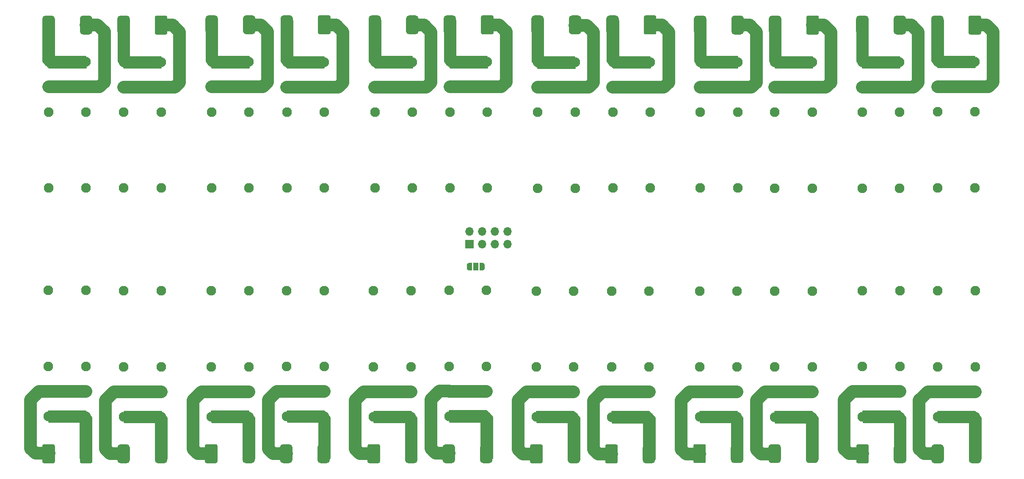
<source format=gbr>
%TF.GenerationSoftware,KiCad,Pcbnew,(5.1.12)-1*%
%TF.CreationDate,2021-12-07T00:39:26+01:00*%
%TF.ProjectId,boneIO - relay board,626f6e65-494f-4202-9d20-72656c617920,rev?*%
%TF.SameCoordinates,Original*%
%TF.FileFunction,Soldermask,Bot*%
%TF.FilePolarity,Negative*%
%FSLAX46Y46*%
G04 Gerber Fmt 4.6, Leading zero omitted, Abs format (unit mm)*
G04 Created by KiCad (PCBNEW (5.1.12)-1) date 2021-12-07 00:39:26*
%MOMM*%
%LPD*%
G01*
G04 APERTURE LIST*
%ADD10C,2.500000*%
%ADD11C,1.950000*%
%ADD12C,0.100000*%
%ADD13R,1.000000X1.500000*%
%ADD14R,1.700000X1.700000*%
%ADD15O,1.700000X1.700000*%
%ADD16C,0.254000*%
G04 APERTURE END LIST*
D10*
X468124400Y-346890200D02*
X469826200Y-345188400D01*
X468124400Y-346890200D02*
X468124400Y-356643800D01*
X469826200Y-345188400D02*
X471807400Y-345188400D01*
X468124400Y-356669200D02*
X469089600Y-357609000D01*
X471807400Y-357609000D02*
X469089600Y-357609000D01*
X453113000Y-346852100D02*
X454814800Y-345150300D01*
X453113000Y-346852100D02*
X453113000Y-356605700D01*
X454814800Y-345150300D02*
X456796000Y-345150300D01*
X453113000Y-356631100D02*
X454078200Y-357570900D01*
X456796000Y-357570900D02*
X454078200Y-357570900D01*
X435536200Y-346941000D02*
X437238000Y-345239200D01*
X435536200Y-346941000D02*
X435536200Y-356694600D01*
X437238000Y-345239200D02*
X439219200Y-345239200D01*
X435536200Y-356720000D02*
X436501400Y-357659800D01*
X439219200Y-357659800D02*
X436501400Y-357659800D01*
X420512100Y-346915600D02*
X422213900Y-345213800D01*
X420512100Y-346915600D02*
X420512100Y-356669200D01*
X422213900Y-345213800D02*
X424195100Y-345213800D01*
X420512100Y-356694600D02*
X421477300Y-357634400D01*
X424195100Y-357634400D02*
X421477300Y-357634400D01*
X402948000Y-346953700D02*
X404649800Y-345251900D01*
X402948000Y-346953700D02*
X402948000Y-356707300D01*
X404649800Y-345251900D02*
X406631000Y-345251900D01*
X402948000Y-356732700D02*
X403913200Y-357672500D01*
X406631000Y-357672500D02*
X403913200Y-357672500D01*
X387873100Y-346941000D02*
X389574900Y-345239200D01*
X387873100Y-346941000D02*
X387873100Y-356694600D01*
X389574900Y-345239200D02*
X391556100Y-345239200D01*
X387873100Y-356720000D02*
X388838300Y-357659800D01*
X391556100Y-357659800D02*
X388838300Y-357659800D01*
X370423300Y-346775900D02*
X372125100Y-345074100D01*
X370423300Y-346775900D02*
X370423300Y-356529500D01*
X372125100Y-345074100D02*
X374106300Y-345074100D01*
X370423300Y-356554900D02*
X371388500Y-357494700D01*
X374106300Y-357494700D02*
X371388500Y-357494700D01*
X355284900Y-346890200D02*
X356986700Y-345188400D01*
X355284900Y-346890200D02*
X355284900Y-356643800D01*
X356986700Y-345188400D02*
X358967900Y-345188400D01*
X355284900Y-356669200D02*
X356250100Y-357609000D01*
X358967900Y-357609000D02*
X356250100Y-357609000D01*
X337949400Y-346839400D02*
X339651200Y-345137600D01*
X337949400Y-346839400D02*
X337949400Y-356593000D01*
X339651200Y-345137600D02*
X341632400Y-345137600D01*
X337949400Y-356618400D02*
X338914600Y-357558200D01*
X341632400Y-357558200D02*
X338914600Y-357558200D01*
X322849100Y-346877500D02*
X324550900Y-345175700D01*
X322849100Y-346877500D02*
X322849100Y-356631100D01*
X324550900Y-345175700D02*
X326532100Y-345175700D01*
X322849100Y-356656500D02*
X323814300Y-357596300D01*
X326532100Y-357596300D02*
X323814300Y-357596300D01*
X305335800Y-346890200D02*
X307037600Y-345188400D01*
X305335800Y-346890200D02*
X305335800Y-356643800D01*
X307037600Y-345188400D02*
X309018800Y-345188400D01*
X305335800Y-356669200D02*
X306301000Y-357609000D01*
X309018800Y-357609000D02*
X306301000Y-357609000D01*
X301500400Y-284203000D02*
X293982000Y-284203000D01*
X316511800Y-284228400D02*
X308993400Y-284228400D01*
X290400600Y-346788600D02*
X290400600Y-356542200D01*
X294083600Y-357507400D02*
X291365800Y-357507400D01*
X292102400Y-345086800D02*
X294083600Y-345086800D01*
X290400600Y-346788600D02*
X292102400Y-345086800D01*
X290400600Y-356567600D02*
X291365800Y-357507400D01*
X482932600Y-283237800D02*
X482932600Y-273154000D01*
X479249600Y-271782400D02*
X481561000Y-271782400D01*
X481967400Y-284203000D02*
X478995600Y-284203000D01*
X482932600Y-283237800D02*
X481967400Y-284203000D01*
X482932600Y-273154000D02*
X481561000Y-271782400D01*
X467946600Y-283288600D02*
X467946600Y-273204800D01*
X464263600Y-271833200D02*
X466575000Y-271833200D01*
X466981400Y-284253800D02*
X464009600Y-284253800D01*
X467946600Y-283288600D02*
X466981400Y-284253800D01*
X467946600Y-273204800D02*
X466575000Y-271833200D01*
X450446000Y-283288600D02*
X450446000Y-273204800D01*
X446763000Y-271833200D02*
X449074400Y-271833200D01*
X449480800Y-284253800D02*
X446509000Y-284253800D01*
X450446000Y-283288600D02*
X449480800Y-284253800D01*
X450446000Y-273204800D02*
X449074400Y-271833200D01*
X435561600Y-283288600D02*
X435561600Y-273204800D01*
X431878600Y-271833200D02*
X434190000Y-271833200D01*
X434596400Y-284253800D02*
X431624600Y-284253800D01*
X435561600Y-283288600D02*
X434596400Y-284253800D01*
X435561600Y-273204800D02*
X434190000Y-271833200D01*
X418035600Y-283288600D02*
X418035600Y-273204800D01*
X414352600Y-271833200D02*
X416664000Y-271833200D01*
X417070400Y-284253800D02*
X414098600Y-284253800D01*
X418035600Y-283288600D02*
X417070400Y-284253800D01*
X418035600Y-273204800D02*
X416664000Y-271833200D01*
X402973400Y-283314000D02*
X402973400Y-273230200D01*
X399290400Y-271858600D02*
X401601800Y-271858600D01*
X402008200Y-284279200D02*
X399036400Y-284279200D01*
X402973400Y-283314000D02*
X402008200Y-284279200D01*
X402973400Y-273230200D02*
X401601800Y-271858600D01*
X385498200Y-283237800D02*
X385498200Y-273154000D01*
X381815200Y-271782400D02*
X384126600Y-271782400D01*
X384533000Y-284203000D02*
X381561200Y-284203000D01*
X385498200Y-283237800D02*
X384533000Y-284203000D01*
X385498200Y-273154000D02*
X384126600Y-271782400D01*
X370461400Y-283288600D02*
X370461400Y-273204800D01*
X366778400Y-271833200D02*
X369089800Y-271833200D01*
X369496200Y-284253800D02*
X366524400Y-284253800D01*
X370461400Y-283288600D02*
X369496200Y-284253800D01*
X370461400Y-273204800D02*
X369089800Y-271833200D01*
X352859200Y-283288600D02*
X352859200Y-273204800D01*
X349176200Y-271833200D02*
X351487600Y-271833200D01*
X351894000Y-284253800D02*
X348922200Y-284253800D01*
X352859200Y-283288600D02*
X351894000Y-284253800D01*
X352859200Y-273204800D02*
X351487600Y-271833200D01*
X320194800Y-283288600D02*
X320194800Y-273204800D01*
X316511800Y-271833200D02*
X318823200Y-271833200D01*
X319229600Y-284253800D02*
X316257800Y-284253800D01*
X320194800Y-283288600D02*
X319229600Y-284253800D01*
X320194800Y-273204800D02*
X318823200Y-271833200D01*
X305158000Y-283237800D02*
X305158000Y-273154000D01*
X301475000Y-271782400D02*
X303786400Y-271782400D01*
X304192800Y-284203000D02*
X301221000Y-284203000D01*
X305158000Y-283237800D02*
X304192800Y-284203000D01*
X305158000Y-273154000D02*
X303786400Y-271782400D01*
X336857200Y-284203000D02*
X333885400Y-284203000D01*
X337822400Y-283237800D02*
X336857200Y-284203000D01*
X337822400Y-283237800D02*
X337822400Y-273154000D01*
X337822400Y-273154000D02*
X336450800Y-271782400D01*
X334139400Y-271782400D02*
X336450800Y-271782400D01*
X334088600Y-284203000D02*
X326570200Y-284203000D01*
X349150800Y-284253800D02*
X341632400Y-284253800D01*
X366753000Y-284228400D02*
X359234600Y-284228400D01*
X381764400Y-284203000D02*
X374246000Y-284203000D01*
X399315800Y-284279200D02*
X391797400Y-284279200D01*
X414327200Y-284228400D02*
X406808800Y-284228400D01*
X431853200Y-284253800D02*
X424334800Y-284253800D01*
X446737600Y-284253800D02*
X439219200Y-284253800D01*
X464238200Y-284253800D02*
X456719800Y-284253800D01*
X479300400Y-284177600D02*
X471782000Y-284177600D01*
X479325800Y-345188400D02*
X471807400Y-345188400D01*
X464314400Y-345163000D02*
X456796000Y-345163000D01*
X446712200Y-345239200D02*
X439193800Y-345239200D01*
X431700800Y-345213800D02*
X424182400Y-345213800D01*
X414124000Y-345239200D02*
X406605600Y-345239200D01*
X399036400Y-345239200D02*
X391518000Y-345239200D01*
X381586600Y-345086800D02*
X374068200Y-345086800D01*
X366473600Y-345188400D02*
X358955200Y-345188400D01*
X349125400Y-345137600D02*
X341607000Y-345137600D01*
X334037800Y-345188400D02*
X326519400Y-345188400D01*
X316537200Y-345188400D02*
X309018800Y-345188400D01*
X301449600Y-345137600D02*
X293931200Y-345137600D01*
D11*
%TO.C,K24*%
X471810000Y-345208000D03*
X471810000Y-340208000D03*
X471810000Y-350208000D03*
X479310000Y-345208000D03*
X479310000Y-340208000D03*
X479310000Y-350208000D03*
X471810000Y-325008000D03*
X479310000Y-325008000D03*
%TD*%
%TO.C,K23*%
X456780000Y-345168000D03*
X456780000Y-340168000D03*
X456780000Y-350168000D03*
X464280000Y-345168000D03*
X464280000Y-340168000D03*
X464280000Y-350168000D03*
X456780000Y-324968000D03*
X464280000Y-324968000D03*
%TD*%
%TO.C,K22*%
X464230000Y-284258000D03*
X464230000Y-289258000D03*
X464230000Y-279258000D03*
X456730000Y-284258000D03*
X456730000Y-289258000D03*
X456730000Y-279258000D03*
X464230000Y-304458000D03*
X456730000Y-304458000D03*
%TD*%
%TO.C,K21*%
X479280000Y-284188000D03*
X479280000Y-289188000D03*
X479280000Y-279188000D03*
X471780000Y-284188000D03*
X471780000Y-289188000D03*
X471780000Y-279188000D03*
X479280000Y-304388000D03*
X471780000Y-304388000D03*
%TD*%
%TO.C,K20*%
X446750000Y-284248000D03*
X446750000Y-289248000D03*
X446750000Y-279248000D03*
X439250000Y-284248000D03*
X439250000Y-289248000D03*
X439250000Y-279248000D03*
X446750000Y-304448000D03*
X439250000Y-304448000D03*
%TD*%
%TO.C,K19*%
X431830000Y-284228000D03*
X431830000Y-289228000D03*
X431830000Y-279228000D03*
X424330000Y-284228000D03*
X424330000Y-289228000D03*
X424330000Y-279228000D03*
X431830000Y-304428000D03*
X424330000Y-304428000D03*
%TD*%
%TO.C,K18*%
X414330000Y-284238000D03*
X414330000Y-289238000D03*
X414330000Y-279238000D03*
X406830000Y-284238000D03*
X406830000Y-289238000D03*
X406830000Y-279238000D03*
X414330000Y-304438000D03*
X406830000Y-304438000D03*
%TD*%
%TO.C,K17*%
X399320000Y-284278000D03*
X399320000Y-289278000D03*
X399320000Y-279278000D03*
X391820000Y-284278000D03*
X391820000Y-289278000D03*
X391820000Y-279278000D03*
X399320000Y-304478000D03*
X391820000Y-304478000D03*
%TD*%
%TO.C,K16*%
X334090000Y-284208000D03*
X334090000Y-289208000D03*
X334090000Y-279208000D03*
X326590000Y-284208000D03*
X326590000Y-289208000D03*
X326590000Y-279208000D03*
X334090000Y-304408000D03*
X326590000Y-304408000D03*
%TD*%
%TO.C,K15*%
X349170000Y-284228000D03*
X349170000Y-289228000D03*
X349170000Y-279228000D03*
X341670000Y-284228000D03*
X341670000Y-289228000D03*
X341670000Y-279228000D03*
X349170000Y-304428000D03*
X341670000Y-304428000D03*
%TD*%
%TO.C,K14*%
X366750000Y-284228000D03*
X366750000Y-289228000D03*
X366750000Y-279228000D03*
X359250000Y-284228000D03*
X359250000Y-289228000D03*
X359250000Y-279228000D03*
X366750000Y-304428000D03*
X359250000Y-304428000D03*
%TD*%
%TO.C,K13*%
X381760000Y-284208000D03*
X381760000Y-289208000D03*
X381760000Y-279208000D03*
X374260000Y-284208000D03*
X374260000Y-289208000D03*
X374260000Y-279208000D03*
X381760000Y-304408000D03*
X374260000Y-304408000D03*
%TD*%
%TO.C,K12*%
X316500000Y-284238000D03*
X316500000Y-289238000D03*
X316500000Y-279238000D03*
X309000000Y-284238000D03*
X309000000Y-289238000D03*
X309000000Y-279238000D03*
X316500000Y-304438000D03*
X309000000Y-304438000D03*
%TD*%
%TO.C,K11*%
X301490000Y-284208000D03*
X301490000Y-289208000D03*
X301490000Y-279208000D03*
X293990000Y-284208000D03*
X293990000Y-289208000D03*
X293990000Y-279208000D03*
X301490000Y-304408000D03*
X293990000Y-304408000D03*
%TD*%
%TO.C,K10*%
X439210000Y-345248000D03*
X439210000Y-340248000D03*
X439210000Y-350248000D03*
X446710000Y-345248000D03*
X446710000Y-340248000D03*
X446710000Y-350248000D03*
X439210000Y-325048000D03*
X446710000Y-325048000D03*
%TD*%
%TO.C,K9*%
X424200000Y-345228000D03*
X424200000Y-340228000D03*
X424200000Y-350228000D03*
X431700000Y-345228000D03*
X431700000Y-340228000D03*
X431700000Y-350228000D03*
X424200000Y-325028000D03*
X431700000Y-325028000D03*
%TD*%
%TO.C,K8*%
X406610000Y-345248000D03*
X406610000Y-340248000D03*
X406610000Y-350248000D03*
X414110000Y-345248000D03*
X414110000Y-340248000D03*
X414110000Y-350248000D03*
X406610000Y-325048000D03*
X414110000Y-325048000D03*
%TD*%
%TO.C,K7*%
X391520000Y-345218000D03*
X391520000Y-340218000D03*
X391520000Y-350218000D03*
X399020000Y-345218000D03*
X399020000Y-340218000D03*
X399020000Y-350218000D03*
X391520000Y-325018000D03*
X399020000Y-325018000D03*
%TD*%
%TO.C,K6*%
X374070000Y-345098000D03*
X374070000Y-340098000D03*
X374070000Y-350098000D03*
X381570000Y-345098000D03*
X381570000Y-340098000D03*
X381570000Y-350098000D03*
X374070000Y-324898000D03*
X381570000Y-324898000D03*
%TD*%
%TO.C,K5*%
X358960000Y-345188000D03*
X358960000Y-340188000D03*
X358960000Y-350188000D03*
X366460000Y-345188000D03*
X366460000Y-340188000D03*
X366460000Y-350188000D03*
X358960000Y-324988000D03*
X366460000Y-324988000D03*
%TD*%
%TO.C,K4*%
X341630000Y-345138000D03*
X341630000Y-340138000D03*
X341630000Y-350138000D03*
X349130000Y-345138000D03*
X349130000Y-340138000D03*
X349130000Y-350138000D03*
X341630000Y-324938000D03*
X349130000Y-324938000D03*
%TD*%
%TO.C,K3*%
X326520000Y-345188000D03*
X326520000Y-340188000D03*
X326520000Y-350188000D03*
X334020000Y-345188000D03*
X334020000Y-340188000D03*
X334020000Y-350188000D03*
X326520000Y-324988000D03*
X334020000Y-324988000D03*
%TD*%
%TO.C,K2*%
X309020000Y-345178000D03*
X309020000Y-340178000D03*
X309020000Y-350178000D03*
X316520000Y-345178000D03*
X316520000Y-340178000D03*
X316520000Y-350178000D03*
X309020000Y-324978000D03*
X316520000Y-324978000D03*
%TD*%
%TO.C,K1*%
X293930000Y-345128000D03*
X293930000Y-340128000D03*
X293930000Y-350128000D03*
X301430000Y-345128000D03*
X301430000Y-340128000D03*
X301430000Y-350128000D03*
X293930000Y-324928000D03*
X301430000Y-324928000D03*
%TD*%
D12*
%TO.C,JP4*%
G36*
X378680000Y-320908000D02*
G01*
X378130000Y-320908000D01*
X378130000Y-320907398D01*
X378105466Y-320907398D01*
X378056635Y-320902588D01*
X378008510Y-320893016D01*
X377961555Y-320878772D01*
X377916222Y-320859995D01*
X377872949Y-320836864D01*
X377832150Y-320809604D01*
X377794221Y-320778476D01*
X377759524Y-320743779D01*
X377728396Y-320705850D01*
X377701136Y-320665051D01*
X377678005Y-320621778D01*
X377659228Y-320576445D01*
X377644984Y-320529490D01*
X377635412Y-320481365D01*
X377630602Y-320432534D01*
X377630602Y-320408000D01*
X377630000Y-320408000D01*
X377630000Y-319908000D01*
X377630602Y-319908000D01*
X377630602Y-319883466D01*
X377635412Y-319834635D01*
X377644984Y-319786510D01*
X377659228Y-319739555D01*
X377678005Y-319694222D01*
X377701136Y-319650949D01*
X377728396Y-319610150D01*
X377759524Y-319572221D01*
X377794221Y-319537524D01*
X377832150Y-319506396D01*
X377872949Y-319479136D01*
X377916222Y-319456005D01*
X377961555Y-319437228D01*
X378008510Y-319422984D01*
X378056635Y-319413412D01*
X378105466Y-319408602D01*
X378130000Y-319408602D01*
X378130000Y-319408000D01*
X378680000Y-319408000D01*
X378680000Y-320908000D01*
G37*
D13*
X379430000Y-320158000D03*
D12*
G36*
X380730000Y-319408602D02*
G01*
X380754534Y-319408602D01*
X380803365Y-319413412D01*
X380851490Y-319422984D01*
X380898445Y-319437228D01*
X380943778Y-319456005D01*
X380987051Y-319479136D01*
X381027850Y-319506396D01*
X381065779Y-319537524D01*
X381100476Y-319572221D01*
X381131604Y-319610150D01*
X381158864Y-319650949D01*
X381181995Y-319694222D01*
X381200772Y-319739555D01*
X381215016Y-319786510D01*
X381224588Y-319834635D01*
X381229398Y-319883466D01*
X381229398Y-319908000D01*
X381230000Y-319908000D01*
X381230000Y-320408000D01*
X381229398Y-320408000D01*
X381229398Y-320432534D01*
X381224588Y-320481365D01*
X381215016Y-320529490D01*
X381200772Y-320576445D01*
X381181995Y-320621778D01*
X381158864Y-320665051D01*
X381131604Y-320705850D01*
X381100476Y-320743779D01*
X381065779Y-320778476D01*
X381027850Y-320809604D01*
X380987051Y-320836864D01*
X380943778Y-320859995D01*
X380898445Y-320878772D01*
X380851490Y-320893016D01*
X380803365Y-320902588D01*
X380754534Y-320907398D01*
X380730000Y-320907398D01*
X380730000Y-320908000D01*
X380180000Y-320908000D01*
X380180000Y-319408000D01*
X380730000Y-319408000D01*
X380730000Y-319408602D01*
G37*
%TD*%
%TO.C,J13*%
G36*
G01*
X478040000Y-358883000D02*
X478040000Y-356333000D01*
G75*
G02*
X478665000Y-355708000I625000J0D01*
G01*
X479915000Y-355708000D01*
G75*
G02*
X480540000Y-356333000I0J-625000D01*
G01*
X480540000Y-358883000D01*
G75*
G02*
X479915000Y-359508000I-625000J0D01*
G01*
X478665000Y-359508000D01*
G75*
G02*
X478040000Y-358883000I0J625000D01*
G01*
G37*
G36*
G01*
X470540000Y-358883000D02*
X470540000Y-356333000D01*
G75*
G02*
X471165000Y-355708000I625000J0D01*
G01*
X472415000Y-355708000D01*
G75*
G02*
X473040000Y-356333000I0J-625000D01*
G01*
X473040000Y-358883000D01*
G75*
G02*
X472415000Y-359508000I-625000J0D01*
G01*
X471165000Y-359508000D01*
G75*
G02*
X470540000Y-358883000I0J625000D01*
G01*
G37*
G36*
G01*
X463040000Y-358883000D02*
X463040000Y-356333000D01*
G75*
G02*
X463665000Y-355708000I625000J0D01*
G01*
X464915000Y-355708000D01*
G75*
G02*
X465540000Y-356333000I0J-625000D01*
G01*
X465540000Y-358883000D01*
G75*
G02*
X464915000Y-359508000I-625000J0D01*
G01*
X463665000Y-359508000D01*
G75*
G02*
X463040000Y-358883000I0J625000D01*
G01*
G37*
G36*
G01*
X455540000Y-359195500D02*
X455540000Y-356020500D01*
G75*
G02*
X455852500Y-355708000I312500J0D01*
G01*
X457727500Y-355708000D01*
G75*
G02*
X458040000Y-356020500I0J-312500D01*
G01*
X458040000Y-359195500D01*
G75*
G02*
X457727500Y-359508000I-312500J0D01*
G01*
X455852500Y-359508000D01*
G75*
G02*
X455540000Y-359195500I0J312500D01*
G01*
G37*
%TD*%
%TO.C,J12*%
G36*
G01*
X458000000Y-270543000D02*
X458000000Y-273093000D01*
G75*
G02*
X457375000Y-273718000I-625000J0D01*
G01*
X456125000Y-273718000D01*
G75*
G02*
X455500000Y-273093000I0J625000D01*
G01*
X455500000Y-270543000D01*
G75*
G02*
X456125000Y-269918000I625000J0D01*
G01*
X457375000Y-269918000D01*
G75*
G02*
X458000000Y-270543000I0J-625000D01*
G01*
G37*
G36*
G01*
X465500000Y-270543000D02*
X465500000Y-273093000D01*
G75*
G02*
X464875000Y-273718000I-625000J0D01*
G01*
X463625000Y-273718000D01*
G75*
G02*
X463000000Y-273093000I0J625000D01*
G01*
X463000000Y-270543000D01*
G75*
G02*
X463625000Y-269918000I625000J0D01*
G01*
X464875000Y-269918000D01*
G75*
G02*
X465500000Y-270543000I0J-625000D01*
G01*
G37*
G36*
G01*
X473000000Y-270543000D02*
X473000000Y-273093000D01*
G75*
G02*
X472375000Y-273718000I-625000J0D01*
G01*
X471125000Y-273718000D01*
G75*
G02*
X470500000Y-273093000I0J625000D01*
G01*
X470500000Y-270543000D01*
G75*
G02*
X471125000Y-269918000I625000J0D01*
G01*
X472375000Y-269918000D01*
G75*
G02*
X473000000Y-270543000I0J-625000D01*
G01*
G37*
G36*
G01*
X480500000Y-270230500D02*
X480500000Y-273405500D01*
G75*
G02*
X480187500Y-273718000I-312500J0D01*
G01*
X478312500Y-273718000D01*
G75*
G02*
X478000000Y-273405500I0J312500D01*
G01*
X478000000Y-270230500D01*
G75*
G02*
X478312500Y-269918000I312500J0D01*
G01*
X480187500Y-269918000D01*
G75*
G02*
X480500000Y-270230500I0J-312500D01*
G01*
G37*
%TD*%
%TO.C,J10*%
G36*
G01*
X393040000Y-270523000D02*
X393040000Y-273073000D01*
G75*
G02*
X392415000Y-273698000I-625000J0D01*
G01*
X391165000Y-273698000D01*
G75*
G02*
X390540000Y-273073000I0J625000D01*
G01*
X390540000Y-270523000D01*
G75*
G02*
X391165000Y-269898000I625000J0D01*
G01*
X392415000Y-269898000D01*
G75*
G02*
X393040000Y-270523000I0J-625000D01*
G01*
G37*
G36*
G01*
X400540000Y-270523000D02*
X400540000Y-273073000D01*
G75*
G02*
X399915000Y-273698000I-625000J0D01*
G01*
X398665000Y-273698000D01*
G75*
G02*
X398040000Y-273073000I0J625000D01*
G01*
X398040000Y-270523000D01*
G75*
G02*
X398665000Y-269898000I625000J0D01*
G01*
X399915000Y-269898000D01*
G75*
G02*
X400540000Y-270523000I0J-625000D01*
G01*
G37*
G36*
G01*
X408040000Y-270523000D02*
X408040000Y-273073000D01*
G75*
G02*
X407415000Y-273698000I-625000J0D01*
G01*
X406165000Y-273698000D01*
G75*
G02*
X405540000Y-273073000I0J625000D01*
G01*
X405540000Y-270523000D01*
G75*
G02*
X406165000Y-269898000I625000J0D01*
G01*
X407415000Y-269898000D01*
G75*
G02*
X408040000Y-270523000I0J-625000D01*
G01*
G37*
G36*
G01*
X415540000Y-270210500D02*
X415540000Y-273385500D01*
G75*
G02*
X415227500Y-273698000I-312500J0D01*
G01*
X413352500Y-273698000D01*
G75*
G02*
X413040000Y-273385500I0J312500D01*
G01*
X413040000Y-270210500D01*
G75*
G02*
X413352500Y-269898000I312500J0D01*
G01*
X415227500Y-269898000D01*
G75*
G02*
X415540000Y-270210500I0J-312500D01*
G01*
G37*
%TD*%
%TO.C,J9*%
G36*
G01*
X327870000Y-270493000D02*
X327870000Y-273043000D01*
G75*
G02*
X327245000Y-273668000I-625000J0D01*
G01*
X325995000Y-273668000D01*
G75*
G02*
X325370000Y-273043000I0J625000D01*
G01*
X325370000Y-270493000D01*
G75*
G02*
X325995000Y-269868000I625000J0D01*
G01*
X327245000Y-269868000D01*
G75*
G02*
X327870000Y-270493000I0J-625000D01*
G01*
G37*
G36*
G01*
X335370000Y-270493000D02*
X335370000Y-273043000D01*
G75*
G02*
X334745000Y-273668000I-625000J0D01*
G01*
X333495000Y-273668000D01*
G75*
G02*
X332870000Y-273043000I0J625000D01*
G01*
X332870000Y-270493000D01*
G75*
G02*
X333495000Y-269868000I625000J0D01*
G01*
X334745000Y-269868000D01*
G75*
G02*
X335370000Y-270493000I0J-625000D01*
G01*
G37*
G36*
G01*
X342870000Y-270493000D02*
X342870000Y-273043000D01*
G75*
G02*
X342245000Y-273668000I-625000J0D01*
G01*
X340995000Y-273668000D01*
G75*
G02*
X340370000Y-273043000I0J625000D01*
G01*
X340370000Y-270493000D01*
G75*
G02*
X340995000Y-269868000I625000J0D01*
G01*
X342245000Y-269868000D01*
G75*
G02*
X342870000Y-270493000I0J-625000D01*
G01*
G37*
G36*
G01*
X350370000Y-270180500D02*
X350370000Y-273355500D01*
G75*
G02*
X350057500Y-273668000I-312500J0D01*
G01*
X348182500Y-273668000D01*
G75*
G02*
X347870000Y-273355500I0J312500D01*
G01*
X347870000Y-270180500D01*
G75*
G02*
X348182500Y-269868000I312500J0D01*
G01*
X350057500Y-269868000D01*
G75*
G02*
X350370000Y-270180500I0J-312500D01*
G01*
G37*
%TD*%
%TO.C,J8*%
G36*
G01*
X360490000Y-270513000D02*
X360490000Y-273063000D01*
G75*
G02*
X359865000Y-273688000I-625000J0D01*
G01*
X358615000Y-273688000D01*
G75*
G02*
X357990000Y-273063000I0J625000D01*
G01*
X357990000Y-270513000D01*
G75*
G02*
X358615000Y-269888000I625000J0D01*
G01*
X359865000Y-269888000D01*
G75*
G02*
X360490000Y-270513000I0J-625000D01*
G01*
G37*
G36*
G01*
X367990000Y-270513000D02*
X367990000Y-273063000D01*
G75*
G02*
X367365000Y-273688000I-625000J0D01*
G01*
X366115000Y-273688000D01*
G75*
G02*
X365490000Y-273063000I0J625000D01*
G01*
X365490000Y-270513000D01*
G75*
G02*
X366115000Y-269888000I625000J0D01*
G01*
X367365000Y-269888000D01*
G75*
G02*
X367990000Y-270513000I0J-625000D01*
G01*
G37*
G36*
G01*
X375490000Y-270513000D02*
X375490000Y-273063000D01*
G75*
G02*
X374865000Y-273688000I-625000J0D01*
G01*
X373615000Y-273688000D01*
G75*
G02*
X372990000Y-273063000I0J625000D01*
G01*
X372990000Y-270513000D01*
G75*
G02*
X373615000Y-269888000I625000J0D01*
G01*
X374865000Y-269888000D01*
G75*
G02*
X375490000Y-270513000I0J-625000D01*
G01*
G37*
G36*
G01*
X382990000Y-270200500D02*
X382990000Y-273375500D01*
G75*
G02*
X382677500Y-273688000I-312500J0D01*
G01*
X380802500Y-273688000D01*
G75*
G02*
X380490000Y-273375500I0J312500D01*
G01*
X380490000Y-270200500D01*
G75*
G02*
X380802500Y-269888000I312500J0D01*
G01*
X382677500Y-269888000D01*
G75*
G02*
X382990000Y-270200500I0J-312500D01*
G01*
G37*
%TD*%
D14*
%TO.C,J3*%
X378132200Y-315699000D03*
D15*
X378132200Y-313159000D03*
X380672200Y-315699000D03*
X380672200Y-313159000D03*
X383212200Y-315699000D03*
X383212200Y-313159000D03*
X385752200Y-315699000D03*
X385752200Y-313159000D03*
%TD*%
%TO.C,J1*%
G36*
G01*
X315240000Y-358883000D02*
X315240000Y-356333000D01*
G75*
G02*
X315865000Y-355708000I625000J0D01*
G01*
X317115000Y-355708000D01*
G75*
G02*
X317740000Y-356333000I0J-625000D01*
G01*
X317740000Y-358883000D01*
G75*
G02*
X317115000Y-359508000I-625000J0D01*
G01*
X315865000Y-359508000D01*
G75*
G02*
X315240000Y-358883000I0J625000D01*
G01*
G37*
G36*
G01*
X307740000Y-358883000D02*
X307740000Y-356333000D01*
G75*
G02*
X308365000Y-355708000I625000J0D01*
G01*
X309615000Y-355708000D01*
G75*
G02*
X310240000Y-356333000I0J-625000D01*
G01*
X310240000Y-358883000D01*
G75*
G02*
X309615000Y-359508000I-625000J0D01*
G01*
X308365000Y-359508000D01*
G75*
G02*
X307740000Y-358883000I0J625000D01*
G01*
G37*
G36*
G01*
X300240000Y-359195500D02*
X300240000Y-356020500D01*
G75*
G02*
X300552500Y-355708000I312500J0D01*
G01*
X302427500Y-355708000D01*
G75*
G02*
X302740000Y-356020500I0J-312500D01*
G01*
X302740000Y-359195500D01*
G75*
G02*
X302427500Y-359508000I-312500J0D01*
G01*
X300552500Y-359508000D01*
G75*
G02*
X300240000Y-359195500I0J312500D01*
G01*
G37*
G36*
G01*
X292740000Y-359195500D02*
X292740000Y-356020500D01*
G75*
G02*
X293052500Y-355708000I312500J0D01*
G01*
X294927500Y-355708000D01*
G75*
G02*
X295240000Y-356020500I0J-312500D01*
G01*
X295240000Y-359195500D01*
G75*
G02*
X294927500Y-359508000I-312500J0D01*
G01*
X293052500Y-359508000D01*
G75*
G02*
X292740000Y-359195500I0J312500D01*
G01*
G37*
%TD*%
%TO.C,J11*%
G36*
G01*
X425550000Y-270543000D02*
X425550000Y-273093000D01*
G75*
G02*
X424925000Y-273718000I-625000J0D01*
G01*
X423675000Y-273718000D01*
G75*
G02*
X423050000Y-273093000I0J625000D01*
G01*
X423050000Y-270543000D01*
G75*
G02*
X423675000Y-269918000I625000J0D01*
G01*
X424925000Y-269918000D01*
G75*
G02*
X425550000Y-270543000I0J-625000D01*
G01*
G37*
G36*
G01*
X433050000Y-270543000D02*
X433050000Y-273093000D01*
G75*
G02*
X432425000Y-273718000I-625000J0D01*
G01*
X431175000Y-273718000D01*
G75*
G02*
X430550000Y-273093000I0J625000D01*
G01*
X430550000Y-270543000D01*
G75*
G02*
X431175000Y-269918000I625000J0D01*
G01*
X432425000Y-269918000D01*
G75*
G02*
X433050000Y-270543000I0J-625000D01*
G01*
G37*
G36*
G01*
X440550000Y-270543000D02*
X440550000Y-273093000D01*
G75*
G02*
X439925000Y-273718000I-625000J0D01*
G01*
X438675000Y-273718000D01*
G75*
G02*
X438050000Y-273093000I0J625000D01*
G01*
X438050000Y-270543000D01*
G75*
G02*
X438675000Y-269918000I625000J0D01*
G01*
X439925000Y-269918000D01*
G75*
G02*
X440550000Y-270543000I0J-625000D01*
G01*
G37*
G36*
G01*
X448050000Y-270230500D02*
X448050000Y-273405500D01*
G75*
G02*
X447737500Y-273718000I-312500J0D01*
G01*
X445862500Y-273718000D01*
G75*
G02*
X445550000Y-273405500I0J312500D01*
G01*
X445550000Y-270230500D01*
G75*
G02*
X445862500Y-269918000I312500J0D01*
G01*
X447737500Y-269918000D01*
G75*
G02*
X448050000Y-270230500I0J-312500D01*
G01*
G37*
%TD*%
%TO.C,J7*%
G36*
G01*
X295240000Y-270543000D02*
X295240000Y-273093000D01*
G75*
G02*
X294615000Y-273718000I-625000J0D01*
G01*
X293365000Y-273718000D01*
G75*
G02*
X292740000Y-273093000I0J625000D01*
G01*
X292740000Y-270543000D01*
G75*
G02*
X293365000Y-269918000I625000J0D01*
G01*
X294615000Y-269918000D01*
G75*
G02*
X295240000Y-270543000I0J-625000D01*
G01*
G37*
G36*
G01*
X302740000Y-270543000D02*
X302740000Y-273093000D01*
G75*
G02*
X302115000Y-273718000I-625000J0D01*
G01*
X300865000Y-273718000D01*
G75*
G02*
X300240000Y-273093000I0J625000D01*
G01*
X300240000Y-270543000D01*
G75*
G02*
X300865000Y-269918000I625000J0D01*
G01*
X302115000Y-269918000D01*
G75*
G02*
X302740000Y-270543000I0J-625000D01*
G01*
G37*
G36*
G01*
X310240000Y-270543000D02*
X310240000Y-273093000D01*
G75*
G02*
X309615000Y-273718000I-625000J0D01*
G01*
X308365000Y-273718000D01*
G75*
G02*
X307740000Y-273093000I0J625000D01*
G01*
X307740000Y-270543000D01*
G75*
G02*
X308365000Y-269918000I625000J0D01*
G01*
X309615000Y-269918000D01*
G75*
G02*
X310240000Y-270543000I0J-625000D01*
G01*
G37*
G36*
G01*
X317740000Y-270230500D02*
X317740000Y-273405500D01*
G75*
G02*
X317427500Y-273718000I-312500J0D01*
G01*
X315552500Y-273718000D01*
G75*
G02*
X315240000Y-273405500I0J312500D01*
G01*
X315240000Y-270230500D01*
G75*
G02*
X315552500Y-269918000I312500J0D01*
G01*
X317427500Y-269918000D01*
G75*
G02*
X317740000Y-270230500I0J-312500D01*
G01*
G37*
%TD*%
%TO.C,J6*%
G36*
G01*
X445450000Y-358843000D02*
X445450000Y-356293000D01*
G75*
G02*
X446075000Y-355668000I625000J0D01*
G01*
X447325000Y-355668000D01*
G75*
G02*
X447950000Y-356293000I0J-625000D01*
G01*
X447950000Y-358843000D01*
G75*
G02*
X447325000Y-359468000I-625000J0D01*
G01*
X446075000Y-359468000D01*
G75*
G02*
X445450000Y-358843000I0J625000D01*
G01*
G37*
G36*
G01*
X437950000Y-358843000D02*
X437950000Y-356293000D01*
G75*
G02*
X438575000Y-355668000I625000J0D01*
G01*
X439825000Y-355668000D01*
G75*
G02*
X440450000Y-356293000I0J-625000D01*
G01*
X440450000Y-358843000D01*
G75*
G02*
X439825000Y-359468000I-625000J0D01*
G01*
X438575000Y-359468000D01*
G75*
G02*
X437950000Y-358843000I0J625000D01*
G01*
G37*
G36*
G01*
X430450000Y-358843000D02*
X430450000Y-356293000D01*
G75*
G02*
X431075000Y-355668000I625000J0D01*
G01*
X432325000Y-355668000D01*
G75*
G02*
X432950000Y-356293000I0J-625000D01*
G01*
X432950000Y-358843000D01*
G75*
G02*
X432325000Y-359468000I-625000J0D01*
G01*
X431075000Y-359468000D01*
G75*
G02*
X430450000Y-358843000I0J625000D01*
G01*
G37*
G36*
G01*
X422950000Y-359155500D02*
X422950000Y-355980500D01*
G75*
G02*
X423262500Y-355668000I312500J0D01*
G01*
X425137500Y-355668000D01*
G75*
G02*
X425450000Y-355980500I0J-312500D01*
G01*
X425450000Y-359155500D01*
G75*
G02*
X425137500Y-359468000I-312500J0D01*
G01*
X423262500Y-359468000D01*
G75*
G02*
X422950000Y-359155500I0J312500D01*
G01*
G37*
%TD*%
%TO.C,J5*%
G36*
G01*
X412810000Y-358893000D02*
X412810000Y-356343000D01*
G75*
G02*
X413435000Y-355718000I625000J0D01*
G01*
X414685000Y-355718000D01*
G75*
G02*
X415310000Y-356343000I0J-625000D01*
G01*
X415310000Y-358893000D01*
G75*
G02*
X414685000Y-359518000I-625000J0D01*
G01*
X413435000Y-359518000D01*
G75*
G02*
X412810000Y-358893000I0J625000D01*
G01*
G37*
G36*
G01*
X405310000Y-359205500D02*
X405310000Y-356030500D01*
G75*
G02*
X405622500Y-355718000I312500J0D01*
G01*
X407497500Y-355718000D01*
G75*
G02*
X407810000Y-356030500I0J-312500D01*
G01*
X407810000Y-359205500D01*
G75*
G02*
X407497500Y-359518000I-312500J0D01*
G01*
X405622500Y-359518000D01*
G75*
G02*
X405310000Y-359205500I0J312500D01*
G01*
G37*
G36*
G01*
X397810000Y-358893000D02*
X397810000Y-356343000D01*
G75*
G02*
X398435000Y-355718000I625000J0D01*
G01*
X399685000Y-355718000D01*
G75*
G02*
X400310000Y-356343000I0J-625000D01*
G01*
X400310000Y-358893000D01*
G75*
G02*
X399685000Y-359518000I-625000J0D01*
G01*
X398435000Y-359518000D01*
G75*
G02*
X397810000Y-358893000I0J625000D01*
G01*
G37*
G36*
G01*
X390310000Y-359205500D02*
X390310000Y-356030500D01*
G75*
G02*
X390622500Y-355718000I312500J0D01*
G01*
X392497500Y-355718000D01*
G75*
G02*
X392810000Y-356030500I0J-312500D01*
G01*
X392810000Y-359205500D01*
G75*
G02*
X392497500Y-359518000I-312500J0D01*
G01*
X390622500Y-359518000D01*
G75*
G02*
X390310000Y-359205500I0J312500D01*
G01*
G37*
%TD*%
%TO.C,J4*%
G36*
G01*
X380280000Y-358863000D02*
X380280000Y-356313000D01*
G75*
G02*
X380905000Y-355688000I625000J0D01*
G01*
X382155000Y-355688000D01*
G75*
G02*
X382780000Y-356313000I0J-625000D01*
G01*
X382780000Y-358863000D01*
G75*
G02*
X382155000Y-359488000I-625000J0D01*
G01*
X380905000Y-359488000D01*
G75*
G02*
X380280000Y-358863000I0J625000D01*
G01*
G37*
G36*
G01*
X372780000Y-358863000D02*
X372780000Y-356313000D01*
G75*
G02*
X373405000Y-355688000I625000J0D01*
G01*
X374655000Y-355688000D01*
G75*
G02*
X375280000Y-356313000I0J-625000D01*
G01*
X375280000Y-358863000D01*
G75*
G02*
X374655000Y-359488000I-625000J0D01*
G01*
X373405000Y-359488000D01*
G75*
G02*
X372780000Y-358863000I0J625000D01*
G01*
G37*
G36*
G01*
X365280000Y-358863000D02*
X365280000Y-356313000D01*
G75*
G02*
X365905000Y-355688000I625000J0D01*
G01*
X367155000Y-355688000D01*
G75*
G02*
X367780000Y-356313000I0J-625000D01*
G01*
X367780000Y-358863000D01*
G75*
G02*
X367155000Y-359488000I-625000J0D01*
G01*
X365905000Y-359488000D01*
G75*
G02*
X365280000Y-358863000I0J625000D01*
G01*
G37*
G36*
G01*
X357780000Y-359175500D02*
X357780000Y-356000500D01*
G75*
G02*
X358092500Y-355688000I312500J0D01*
G01*
X359967500Y-355688000D01*
G75*
G02*
X360280000Y-356000500I0J-312500D01*
G01*
X360280000Y-359175500D01*
G75*
G02*
X359967500Y-359488000I-312500J0D01*
G01*
X358092500Y-359488000D01*
G75*
G02*
X357780000Y-359175500I0J312500D01*
G01*
G37*
%TD*%
%TO.C,J2*%
G36*
G01*
X347760000Y-358853000D02*
X347760000Y-356303000D01*
G75*
G02*
X348385000Y-355678000I625000J0D01*
G01*
X349635000Y-355678000D01*
G75*
G02*
X350260000Y-356303000I0J-625000D01*
G01*
X350260000Y-358853000D01*
G75*
G02*
X349635000Y-359478000I-625000J0D01*
G01*
X348385000Y-359478000D01*
G75*
G02*
X347760000Y-358853000I0J625000D01*
G01*
G37*
G36*
G01*
X340260000Y-358853000D02*
X340260000Y-356303000D01*
G75*
G02*
X340885000Y-355678000I625000J0D01*
G01*
X342135000Y-355678000D01*
G75*
G02*
X342760000Y-356303000I0J-625000D01*
G01*
X342760000Y-358853000D01*
G75*
G02*
X342135000Y-359478000I-625000J0D01*
G01*
X340885000Y-359478000D01*
G75*
G02*
X340260000Y-358853000I0J625000D01*
G01*
G37*
G36*
G01*
X332760000Y-358853000D02*
X332760000Y-356303000D01*
G75*
G02*
X333385000Y-355678000I625000J0D01*
G01*
X334635000Y-355678000D01*
G75*
G02*
X335260000Y-356303000I0J-625000D01*
G01*
X335260000Y-358853000D01*
G75*
G02*
X334635000Y-359478000I-625000J0D01*
G01*
X333385000Y-359478000D01*
G75*
G02*
X332760000Y-358853000I0J625000D01*
G01*
G37*
G36*
G01*
X325260000Y-359165500D02*
X325260000Y-355990500D01*
G75*
G02*
X325572500Y-355678000I312500J0D01*
G01*
X327447500Y-355678000D01*
G75*
G02*
X327760000Y-355990500I0J-312500D01*
G01*
X327760000Y-359165500D01*
G75*
G02*
X327447500Y-359478000I-312500J0D01*
G01*
X325572500Y-359478000D01*
G75*
G02*
X325260000Y-359165500I0J312500D01*
G01*
G37*
%TD*%
D16*
X295113000Y-277958000D02*
X295115440Y-277982776D01*
X295122667Y-278006601D01*
X295134403Y-278028557D01*
X295150197Y-278047803D01*
X295169443Y-278063597D01*
X295191399Y-278075333D01*
X295215224Y-278082560D01*
X295240000Y-278085000D01*
X301405514Y-278085000D01*
X301450434Y-280331000D01*
X294094014Y-280331000D01*
X292867000Y-279056793D01*
X292867000Y-270814493D01*
X295113000Y-270805509D01*
X295113000Y-277958000D01*
D12*
G36*
X295113000Y-277958000D02*
G01*
X295115440Y-277982776D01*
X295122667Y-278006601D01*
X295134403Y-278028557D01*
X295150197Y-278047803D01*
X295169443Y-278063597D01*
X295191399Y-278075333D01*
X295215224Y-278082560D01*
X295240000Y-278085000D01*
X301405514Y-278085000D01*
X301450434Y-280331000D01*
X294094014Y-280331000D01*
X292867000Y-279056793D01*
X292867000Y-270814493D01*
X295113000Y-270805509D01*
X295113000Y-277958000D01*
G37*
D16*
X310114671Y-277988000D02*
X310117111Y-278012776D01*
X310124338Y-278036601D01*
X310136074Y-278058557D01*
X310151868Y-278077803D01*
X310171114Y-278093597D01*
X310193070Y-278105333D01*
X310216895Y-278112560D01*
X310241671Y-278115000D01*
X316407185Y-278115000D01*
X316452105Y-280361000D01*
X309095685Y-280361000D01*
X307868671Y-279086793D01*
X307868671Y-270844493D01*
X310114671Y-270835509D01*
X310114671Y-277988000D01*
D12*
G36*
X310114671Y-277988000D02*
G01*
X310117111Y-278012776D01*
X310124338Y-278036601D01*
X310136074Y-278058557D01*
X310151868Y-278077803D01*
X310171114Y-278093597D01*
X310193070Y-278105333D01*
X310216895Y-278112560D01*
X310241671Y-278115000D01*
X316407185Y-278115000D01*
X316452105Y-280361000D01*
X309095685Y-280361000D01*
X307868671Y-279086793D01*
X307868671Y-270844493D01*
X310114671Y-270835509D01*
X310114671Y-277988000D01*
G37*
D16*
X327747140Y-277948000D02*
X327749580Y-277972776D01*
X327756807Y-277996601D01*
X327768543Y-278018557D01*
X327784337Y-278037803D01*
X327803583Y-278053597D01*
X327825539Y-278065333D01*
X327849364Y-278072560D01*
X327874140Y-278075000D01*
X334039654Y-278075000D01*
X334084574Y-280321000D01*
X326728154Y-280321000D01*
X325501140Y-279046793D01*
X325501140Y-270804493D01*
X327747140Y-270795509D01*
X327747140Y-277948000D01*
D12*
G36*
X327747140Y-277948000D02*
G01*
X327749580Y-277972776D01*
X327756807Y-277996601D01*
X327768543Y-278018557D01*
X327784337Y-278037803D01*
X327803583Y-278053597D01*
X327825539Y-278065333D01*
X327849364Y-278072560D01*
X327874140Y-278075000D01*
X334039654Y-278075000D01*
X334084574Y-280321000D01*
X326728154Y-280321000D01*
X325501140Y-279046793D01*
X325501140Y-270804493D01*
X327747140Y-270795509D01*
X327747140Y-277948000D01*
G37*
D16*
X342745118Y-277988000D02*
X342747558Y-278012776D01*
X342754785Y-278036601D01*
X342766521Y-278058557D01*
X342782315Y-278077803D01*
X342801561Y-278093597D01*
X342823517Y-278105333D01*
X342847342Y-278112560D01*
X342872118Y-278115000D01*
X349037632Y-278115000D01*
X349082552Y-280361000D01*
X341726132Y-280361000D01*
X340499118Y-279086793D01*
X340499118Y-270844493D01*
X342745118Y-270835509D01*
X342745118Y-277988000D01*
D12*
G36*
X342745118Y-277988000D02*
G01*
X342747558Y-278012776D01*
X342754785Y-278036601D01*
X342766521Y-278058557D01*
X342782315Y-278077803D01*
X342801561Y-278093597D01*
X342823517Y-278105333D01*
X342847342Y-278112560D01*
X342872118Y-278115000D01*
X349037632Y-278115000D01*
X349082552Y-280361000D01*
X341726132Y-280361000D01*
X340499118Y-279086793D01*
X340499118Y-270844493D01*
X342745118Y-270835509D01*
X342745118Y-277988000D01*
G37*
D16*
X360379391Y-277968000D02*
X360381831Y-277992776D01*
X360389058Y-278016601D01*
X360400794Y-278038557D01*
X360416588Y-278057803D01*
X360435834Y-278073597D01*
X360457790Y-278085333D01*
X360481615Y-278092560D01*
X360506391Y-278095000D01*
X366671905Y-278095000D01*
X366716825Y-280341000D01*
X359360405Y-280341000D01*
X358133391Y-279066793D01*
X358133391Y-270824493D01*
X360379391Y-270815509D01*
X360379391Y-277968000D01*
D12*
G36*
X360379391Y-277968000D02*
G01*
X360381831Y-277992776D01*
X360389058Y-278016601D01*
X360400794Y-278038557D01*
X360416588Y-278057803D01*
X360435834Y-278073597D01*
X360457790Y-278085333D01*
X360481615Y-278092560D01*
X360506391Y-278095000D01*
X366671905Y-278095000D01*
X366716825Y-280341000D01*
X359360405Y-280341000D01*
X358133391Y-279066793D01*
X358133391Y-270824493D01*
X360379391Y-270815509D01*
X360379391Y-277968000D01*
G37*
D16*
X375385456Y-277958000D02*
X375387896Y-277982776D01*
X375395123Y-278006601D01*
X375406859Y-278028557D01*
X375422653Y-278047803D01*
X375441899Y-278063597D01*
X375463855Y-278075333D01*
X375487680Y-278082560D01*
X375512456Y-278085000D01*
X381677970Y-278085000D01*
X381722890Y-280331000D01*
X374366470Y-280331000D01*
X373139456Y-279056793D01*
X373139456Y-270814493D01*
X375385456Y-270805509D01*
X375385456Y-277958000D01*
D12*
G36*
X375385456Y-277958000D02*
G01*
X375387896Y-277982776D01*
X375395123Y-278006601D01*
X375406859Y-278028557D01*
X375422653Y-278047803D01*
X375441899Y-278063597D01*
X375463855Y-278075333D01*
X375487680Y-278082560D01*
X375512456Y-278085000D01*
X381677970Y-278085000D01*
X381722890Y-280331000D01*
X374366470Y-280331000D01*
X373139456Y-279056793D01*
X373139456Y-270814493D01*
X375385456Y-270805509D01*
X375385456Y-277958000D01*
G37*
D16*
X392910992Y-278028000D02*
X392913432Y-278052776D01*
X392920659Y-278076601D01*
X392932395Y-278098557D01*
X392948189Y-278117803D01*
X392967435Y-278133597D01*
X392989391Y-278145333D01*
X393013216Y-278152560D01*
X393037992Y-278155000D01*
X399203506Y-278155000D01*
X399248426Y-280401000D01*
X391892006Y-280401000D01*
X390664992Y-279126793D01*
X390664992Y-270884493D01*
X392910992Y-270875509D01*
X392910992Y-278028000D01*
D12*
G36*
X392910992Y-278028000D02*
G01*
X392913432Y-278052776D01*
X392920659Y-278076601D01*
X392932395Y-278098557D01*
X392948189Y-278117803D01*
X392967435Y-278133597D01*
X392989391Y-278145333D01*
X393013216Y-278152560D01*
X393037992Y-278155000D01*
X399203506Y-278155000D01*
X399248426Y-280401000D01*
X391892006Y-280401000D01*
X390664992Y-279126793D01*
X390664992Y-270884493D01*
X392910992Y-270875509D01*
X392910992Y-278028000D01*
G37*
D16*
X407951199Y-277988000D02*
X407953639Y-278012776D01*
X407960866Y-278036601D01*
X407972602Y-278058557D01*
X407988396Y-278077803D01*
X408007642Y-278093597D01*
X408029598Y-278105333D01*
X408053423Y-278112560D01*
X408078199Y-278115000D01*
X414243713Y-278115000D01*
X414288633Y-280361000D01*
X406932213Y-280361000D01*
X405705199Y-279086793D01*
X405705199Y-270844493D01*
X407951199Y-270835509D01*
X407951199Y-277988000D01*
D12*
G36*
X407951199Y-277988000D02*
G01*
X407953639Y-278012776D01*
X407960866Y-278036601D01*
X407972602Y-278058557D01*
X407988396Y-278077803D01*
X408007642Y-278093597D01*
X408029598Y-278105333D01*
X408053423Y-278112560D01*
X408078199Y-278115000D01*
X414243713Y-278115000D01*
X414288633Y-280361000D01*
X406932213Y-280361000D01*
X405705199Y-279086793D01*
X405705199Y-270844493D01*
X407951199Y-270835509D01*
X407951199Y-277988000D01*
G37*
D16*
X425430322Y-277978000D02*
X425432762Y-278002776D01*
X425439989Y-278026601D01*
X425451725Y-278048557D01*
X425467519Y-278067803D01*
X425486765Y-278083597D01*
X425508721Y-278095333D01*
X425532546Y-278102560D01*
X425557322Y-278105000D01*
X431722836Y-278105000D01*
X431767756Y-280351000D01*
X424411336Y-280351000D01*
X423184322Y-279076793D01*
X423184322Y-270834493D01*
X425430322Y-270825509D01*
X425430322Y-277978000D01*
D12*
G36*
X425430322Y-277978000D02*
G01*
X425432762Y-278002776D01*
X425439989Y-278026601D01*
X425451725Y-278048557D01*
X425467519Y-278067803D01*
X425486765Y-278083597D01*
X425508721Y-278095333D01*
X425532546Y-278102560D01*
X425557322Y-278105000D01*
X431722836Y-278105000D01*
X431767756Y-280351000D01*
X424411336Y-280351000D01*
X423184322Y-279076793D01*
X423184322Y-270834493D01*
X425430322Y-270825509D01*
X425430322Y-277978000D01*
G37*
D16*
X440432555Y-277998000D02*
X440434995Y-278022776D01*
X440442222Y-278046601D01*
X440453958Y-278068557D01*
X440469752Y-278087803D01*
X440488998Y-278103597D01*
X440510954Y-278115333D01*
X440534779Y-278122560D01*
X440559555Y-278125000D01*
X446725069Y-278125000D01*
X446769989Y-280371000D01*
X439413569Y-280371000D01*
X438186555Y-279096793D01*
X438186555Y-270854493D01*
X440432555Y-270845509D01*
X440432555Y-277998000D01*
D12*
G36*
X440432555Y-277998000D02*
G01*
X440434995Y-278022776D01*
X440442222Y-278046601D01*
X440453958Y-278068557D01*
X440469752Y-278087803D01*
X440488998Y-278103597D01*
X440510954Y-278115333D01*
X440534779Y-278122560D01*
X440559555Y-278125000D01*
X446725069Y-278125000D01*
X446769989Y-280371000D01*
X439413569Y-280371000D01*
X438186555Y-279096793D01*
X438186555Y-270854493D01*
X440432555Y-270845509D01*
X440432555Y-277998000D01*
G37*
D16*
X457866459Y-278008000D02*
X457868899Y-278032776D01*
X457876126Y-278056601D01*
X457887862Y-278078557D01*
X457903656Y-278097803D01*
X457922902Y-278113597D01*
X457944858Y-278125333D01*
X457968683Y-278132560D01*
X457993459Y-278135000D01*
X464158973Y-278135000D01*
X464203893Y-280381000D01*
X456847473Y-280381000D01*
X455620459Y-279106793D01*
X455620459Y-270864493D01*
X457866459Y-270855509D01*
X457866459Y-278008000D01*
D12*
G36*
X457866459Y-278008000D02*
G01*
X457868899Y-278032776D01*
X457876126Y-278056601D01*
X457887862Y-278078557D01*
X457903656Y-278097803D01*
X457922902Y-278113597D01*
X457944858Y-278125333D01*
X457968683Y-278132560D01*
X457993459Y-278135000D01*
X464158973Y-278135000D01*
X464203893Y-280381000D01*
X456847473Y-280381000D01*
X455620459Y-279106793D01*
X455620459Y-270864493D01*
X457866459Y-270855509D01*
X457866459Y-278008000D01*
G37*
D16*
X472905015Y-277938000D02*
X472907455Y-277962776D01*
X472914682Y-277986601D01*
X472926418Y-278008557D01*
X472942212Y-278027803D01*
X472961458Y-278043597D01*
X472983414Y-278055333D01*
X473007239Y-278062560D01*
X473032015Y-278065000D01*
X479197529Y-278065000D01*
X479242449Y-280311000D01*
X471886029Y-280311000D01*
X470659015Y-279036793D01*
X470659015Y-270794493D01*
X472905015Y-270785509D01*
X472905015Y-277938000D01*
D12*
G36*
X472905015Y-277938000D02*
G01*
X472907455Y-277962776D01*
X472914682Y-277986601D01*
X472926418Y-278008557D01*
X472942212Y-278027803D01*
X472961458Y-278043597D01*
X472983414Y-278055333D01*
X473007239Y-278062560D01*
X473032015Y-278065000D01*
X479197529Y-278065000D01*
X479242449Y-280311000D01*
X471886029Y-280311000D01*
X470659015Y-279036793D01*
X470659015Y-270794493D01*
X472905015Y-270785509D01*
X472905015Y-277938000D01*
G37*
D16*
X302543000Y-350285604D02*
X302543000Y-358527904D01*
X300297000Y-358536888D01*
X300297000Y-351384397D01*
X300294560Y-351359621D01*
X300287333Y-351335796D01*
X300275597Y-351313840D01*
X300259803Y-351294594D01*
X300240557Y-351278800D01*
X300218601Y-351267064D01*
X300194776Y-351259837D01*
X300170000Y-351257397D01*
X294004486Y-351257397D01*
X293959566Y-349011397D01*
X301315986Y-349011397D01*
X302543000Y-350285604D01*
D12*
G36*
X302543000Y-350285604D02*
G01*
X302543000Y-358527904D01*
X300297000Y-358536888D01*
X300297000Y-351384397D01*
X300294560Y-351359621D01*
X300287333Y-351335796D01*
X300275597Y-351313840D01*
X300259803Y-351294594D01*
X300240557Y-351278800D01*
X300218601Y-351267064D01*
X300194776Y-351259837D01*
X300170000Y-351257397D01*
X294004486Y-351257397D01*
X293959566Y-349011397D01*
X301315986Y-349011397D01*
X302543000Y-350285604D01*
G37*
D16*
X317633000Y-350344546D02*
X317633000Y-358586846D01*
X315387000Y-358595830D01*
X315387000Y-351443339D01*
X315384560Y-351418563D01*
X315377333Y-351394738D01*
X315365597Y-351372782D01*
X315349803Y-351353536D01*
X315330557Y-351337742D01*
X315308601Y-351326006D01*
X315284776Y-351318779D01*
X315260000Y-351316339D01*
X309094486Y-351316339D01*
X309049566Y-349070339D01*
X316405986Y-349070339D01*
X317633000Y-350344546D01*
D12*
G36*
X317633000Y-350344546D02*
G01*
X317633000Y-358586846D01*
X315387000Y-358595830D01*
X315387000Y-351443339D01*
X315384560Y-351418563D01*
X315377333Y-351394738D01*
X315365597Y-351372782D01*
X315349803Y-351353536D01*
X315330557Y-351337742D01*
X315308601Y-351326006D01*
X315284776Y-351318779D01*
X315260000Y-351316339D01*
X309094486Y-351316339D01*
X309049566Y-349070339D01*
X316405986Y-349070339D01*
X317633000Y-350344546D01*
G37*
D16*
X335133000Y-350333240D02*
X335133000Y-358575540D01*
X332887000Y-358584524D01*
X332887000Y-351432033D01*
X332884560Y-351407257D01*
X332877333Y-351383432D01*
X332865597Y-351361476D01*
X332849803Y-351342230D01*
X332830557Y-351326436D01*
X332808601Y-351314700D01*
X332784776Y-351307473D01*
X332760000Y-351305033D01*
X326594486Y-351305033D01*
X326549566Y-349059033D01*
X333905986Y-349059033D01*
X335133000Y-350333240D01*
D12*
G36*
X335133000Y-350333240D02*
G01*
X335133000Y-358575540D01*
X332887000Y-358584524D01*
X332887000Y-351432033D01*
X332884560Y-351407257D01*
X332877333Y-351383432D01*
X332865597Y-351361476D01*
X332849803Y-351342230D01*
X332830557Y-351326436D01*
X332808601Y-351314700D01*
X332784776Y-351307473D01*
X332760000Y-351305033D01*
X326594486Y-351305033D01*
X326549566Y-349059033D01*
X333905986Y-349059033D01*
X335133000Y-350333240D01*
G37*
D16*
X335145831Y-350339207D02*
X335145831Y-358581507D01*
X332899831Y-358590491D01*
X332899831Y-351438000D01*
X332897391Y-351413224D01*
X332890164Y-351389399D01*
X332878428Y-351367443D01*
X332862634Y-351348197D01*
X332843388Y-351332403D01*
X332821432Y-351320667D01*
X332797607Y-351313440D01*
X332772831Y-351311000D01*
X326607317Y-351311000D01*
X326562397Y-349065000D01*
X333918817Y-349065000D01*
X335145831Y-350339207D01*
D12*
G36*
X335145831Y-350339207D02*
G01*
X335145831Y-358581507D01*
X332899831Y-358590491D01*
X332899831Y-351438000D01*
X332897391Y-351413224D01*
X332890164Y-351389399D01*
X332878428Y-351367443D01*
X332862634Y-351348197D01*
X332843388Y-351332403D01*
X332821432Y-351320667D01*
X332797607Y-351313440D01*
X332772831Y-351311000D01*
X326607317Y-351311000D01*
X326562397Y-349065000D01*
X333918817Y-349065000D01*
X335145831Y-350339207D01*
G37*
D16*
X350260427Y-350289207D02*
X350260427Y-358531507D01*
X348014427Y-358540491D01*
X348014427Y-351388000D01*
X348011987Y-351363224D01*
X348004760Y-351339399D01*
X347993024Y-351317443D01*
X347977230Y-351298197D01*
X347957984Y-351282403D01*
X347936028Y-351270667D01*
X347912203Y-351263440D01*
X347887427Y-351261000D01*
X341721913Y-351261000D01*
X341676993Y-349015000D01*
X349033413Y-349015000D01*
X350260427Y-350289207D01*
D12*
G36*
X350260427Y-350289207D02*
G01*
X350260427Y-358531507D01*
X348014427Y-358540491D01*
X348014427Y-351388000D01*
X348011987Y-351363224D01*
X348004760Y-351339399D01*
X347993024Y-351317443D01*
X347977230Y-351298197D01*
X347957984Y-351282403D01*
X347936028Y-351270667D01*
X347912203Y-351263440D01*
X347887427Y-351261000D01*
X341721913Y-351261000D01*
X341676993Y-349015000D01*
X349033413Y-349015000D01*
X350260427Y-350289207D01*
G37*
D16*
X367593000Y-350339207D02*
X367593000Y-358581507D01*
X365347000Y-358590491D01*
X365347000Y-351438000D01*
X365344560Y-351413224D01*
X365337333Y-351389399D01*
X365325597Y-351367443D01*
X365309803Y-351348197D01*
X365290557Y-351332403D01*
X365268601Y-351320667D01*
X365244776Y-351313440D01*
X365220000Y-351311000D01*
X359054486Y-351311000D01*
X359009566Y-349065000D01*
X366365986Y-349065000D01*
X367593000Y-350339207D01*
D12*
G36*
X367593000Y-350339207D02*
G01*
X367593000Y-358581507D01*
X365347000Y-358590491D01*
X365347000Y-351438000D01*
X365344560Y-351413224D01*
X365337333Y-351389399D01*
X365325597Y-351367443D01*
X365309803Y-351348197D01*
X365290557Y-351332403D01*
X365268601Y-351320667D01*
X365244776Y-351313440D01*
X365220000Y-351311000D01*
X359054486Y-351311000D01*
X359009566Y-349065000D01*
X366365986Y-349065000D01*
X367593000Y-350339207D01*
G37*
D16*
X382713000Y-350235604D02*
X382713000Y-358477904D01*
X380467000Y-358486888D01*
X380467000Y-351334397D01*
X380464560Y-351309621D01*
X380457333Y-351285796D01*
X380445597Y-351263840D01*
X380429803Y-351244594D01*
X380410557Y-351228800D01*
X380388601Y-351217064D01*
X380364776Y-351209837D01*
X380340000Y-351207397D01*
X374174486Y-351207397D01*
X374129566Y-348961397D01*
X381485986Y-348961397D01*
X382713000Y-350235604D01*
D12*
G36*
X382713000Y-350235604D02*
G01*
X382713000Y-358477904D01*
X380467000Y-358486888D01*
X380467000Y-351334397D01*
X380464560Y-351309621D01*
X380457333Y-351285796D01*
X380445597Y-351263840D01*
X380429803Y-351244594D01*
X380410557Y-351228800D01*
X380388601Y-351217064D01*
X380364776Y-351209837D01*
X380340000Y-351207397D01*
X374174486Y-351207397D01*
X374129566Y-348961397D01*
X381485986Y-348961397D01*
X382713000Y-350235604D01*
G37*
D16*
X400143000Y-350358517D02*
X400143000Y-358600817D01*
X397897000Y-358609801D01*
X397897000Y-351457310D01*
X397894560Y-351432534D01*
X397887333Y-351408709D01*
X397875597Y-351386753D01*
X397859803Y-351367507D01*
X397840557Y-351351713D01*
X397818601Y-351339977D01*
X397794776Y-351332750D01*
X397770000Y-351330310D01*
X391604486Y-351330310D01*
X391559566Y-349084310D01*
X398915986Y-349084310D01*
X400143000Y-350358517D01*
D12*
G36*
X400143000Y-350358517D02*
G01*
X400143000Y-358600817D01*
X397897000Y-358609801D01*
X397897000Y-351457310D01*
X397894560Y-351432534D01*
X397887333Y-351408709D01*
X397875597Y-351386753D01*
X397859803Y-351367507D01*
X397840557Y-351351713D01*
X397818601Y-351339977D01*
X397794776Y-351332750D01*
X397770000Y-351330310D01*
X391604486Y-351330310D01*
X391559566Y-349084310D01*
X398915986Y-349084310D01*
X400143000Y-350358517D01*
G37*
D16*
X415233000Y-350402327D02*
X415233000Y-358644627D01*
X412987000Y-358653611D01*
X412987000Y-351501120D01*
X412984560Y-351476344D01*
X412977333Y-351452519D01*
X412965597Y-351430563D01*
X412949803Y-351411317D01*
X412930557Y-351395523D01*
X412908601Y-351383787D01*
X412884776Y-351376560D01*
X412860000Y-351374120D01*
X406694486Y-351374120D01*
X406649566Y-349128120D01*
X414005986Y-349128120D01*
X415233000Y-350402327D01*
D12*
G36*
X415233000Y-350402327D02*
G01*
X415233000Y-358644627D01*
X412987000Y-358653611D01*
X412987000Y-351501120D01*
X412984560Y-351476344D01*
X412977333Y-351452519D01*
X412965597Y-351430563D01*
X412949803Y-351411317D01*
X412930557Y-351395523D01*
X412908601Y-351383787D01*
X412884776Y-351376560D01*
X412860000Y-351374120D01*
X406694486Y-351374120D01*
X406649566Y-349128120D01*
X414005986Y-349128120D01*
X415233000Y-350402327D01*
G37*
D16*
X432813000Y-350369207D02*
X432813000Y-358611507D01*
X430567000Y-358620491D01*
X430567000Y-351468000D01*
X430564560Y-351443224D01*
X430557333Y-351419399D01*
X430545597Y-351397443D01*
X430529803Y-351378197D01*
X430510557Y-351362403D01*
X430488601Y-351350667D01*
X430464776Y-351343440D01*
X430440000Y-351341000D01*
X424274486Y-351341000D01*
X424229566Y-349095000D01*
X431585986Y-349095000D01*
X432813000Y-350369207D01*
D12*
G36*
X432813000Y-350369207D02*
G01*
X432813000Y-358611507D01*
X430567000Y-358620491D01*
X430567000Y-351468000D01*
X430564560Y-351443224D01*
X430557333Y-351419399D01*
X430545597Y-351397443D01*
X430529803Y-351378197D01*
X430510557Y-351362403D01*
X430488601Y-351350667D01*
X430464776Y-351343440D01*
X430440000Y-351341000D01*
X424274486Y-351341000D01*
X424229566Y-349095000D01*
X431585986Y-349095000D01*
X432813000Y-350369207D01*
G37*
D16*
X447833000Y-350390834D02*
X447833000Y-358633134D01*
X445587000Y-358642118D01*
X445587000Y-351489627D01*
X445584560Y-351464851D01*
X445577333Y-351441026D01*
X445565597Y-351419070D01*
X445549803Y-351399824D01*
X445530557Y-351384030D01*
X445508601Y-351372294D01*
X445484776Y-351365067D01*
X445460000Y-351362627D01*
X439294486Y-351362627D01*
X439249566Y-349116627D01*
X446605986Y-349116627D01*
X447833000Y-350390834D01*
D12*
G36*
X447833000Y-350390834D02*
G01*
X447833000Y-358633134D01*
X445587000Y-358642118D01*
X445587000Y-351489627D01*
X445584560Y-351464851D01*
X445577333Y-351441026D01*
X445565597Y-351419070D01*
X445549803Y-351399824D01*
X445530557Y-351384030D01*
X445508601Y-351372294D01*
X445484776Y-351365067D01*
X445460000Y-351362627D01*
X439294486Y-351362627D01*
X439249566Y-349116627D01*
X446605986Y-349116627D01*
X447833000Y-350390834D01*
G37*
D16*
X465413000Y-350314598D02*
X465413000Y-358556898D01*
X463167000Y-358565882D01*
X463167000Y-351413391D01*
X463164560Y-351388615D01*
X463157333Y-351364790D01*
X463145597Y-351342834D01*
X463129803Y-351323588D01*
X463110557Y-351307794D01*
X463088601Y-351296058D01*
X463064776Y-351288831D01*
X463040000Y-351286391D01*
X456874486Y-351286391D01*
X456829566Y-349040391D01*
X464185986Y-349040391D01*
X465413000Y-350314598D01*
D12*
G36*
X465413000Y-350314598D02*
G01*
X465413000Y-358556898D01*
X463167000Y-358565882D01*
X463167000Y-351413391D01*
X463164560Y-351388615D01*
X463157333Y-351364790D01*
X463145597Y-351342834D01*
X463129803Y-351323588D01*
X463110557Y-351307794D01*
X463088601Y-351296058D01*
X463064776Y-351288831D01*
X463040000Y-351286391D01*
X456874486Y-351286391D01*
X456829566Y-349040391D01*
X464185986Y-349040391D01*
X465413000Y-350314598D01*
G37*
D16*
X480433000Y-350337740D02*
X480433000Y-358580040D01*
X478187000Y-358589024D01*
X478187000Y-351436533D01*
X478184560Y-351411757D01*
X478177333Y-351387932D01*
X478165597Y-351365976D01*
X478149803Y-351346730D01*
X478130557Y-351330936D01*
X478108601Y-351319200D01*
X478084776Y-351311973D01*
X478060000Y-351309533D01*
X471894486Y-351309533D01*
X471849566Y-349063533D01*
X479205986Y-349063533D01*
X480433000Y-350337740D01*
D12*
G36*
X480433000Y-350337740D02*
G01*
X480433000Y-358580040D01*
X478187000Y-358589024D01*
X478187000Y-351436533D01*
X478184560Y-351411757D01*
X478177333Y-351387932D01*
X478165597Y-351365976D01*
X478149803Y-351346730D01*
X478130557Y-351330936D01*
X478108601Y-351319200D01*
X478084776Y-351311973D01*
X478060000Y-351309533D01*
X471894486Y-351309533D01*
X471849566Y-349063533D01*
X479205986Y-349063533D01*
X480433000Y-350337740D01*
G37*
M02*

</source>
